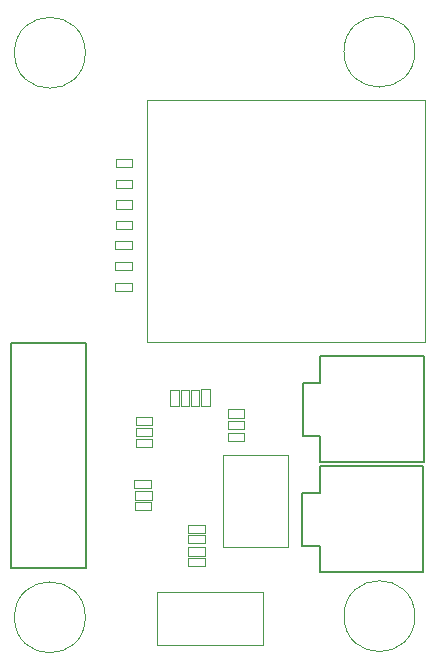
<source format=gbr>
%TF.GenerationSoftware,KiCad,Pcbnew,8.0.7*%
%TF.CreationDate,2025-01-15T11:33:58+05:30*%
%TF.ProjectId,STHDAQ_B1,53544844-4151-45f4-9231-2e6b69636164,rev?*%
%TF.SameCoordinates,Original*%
%TF.FileFunction,Other,User*%
%FSLAX46Y46*%
G04 Gerber Fmt 4.6, Leading zero omitted, Abs format (unit mm)*
G04 Created by KiCad (PCBNEW 8.0.7) date 2025-01-15 11:33:58*
%MOMM*%
%LPD*%
G01*
G04 APERTURE LIST*
%ADD10C,0.050000*%
%ADD11C,0.152400*%
%ADD12C,0.127000*%
G04 APERTURE END LIST*
D10*
%TO.C,C1*%
X148190000Y-90870000D02*
X149590000Y-90870000D01*
X148190000Y-91570000D02*
X148190000Y-90870000D01*
X149590000Y-90870000D02*
X149590000Y-91570000D01*
X149590000Y-91570000D02*
X148190000Y-91570000D01*
%TO.C,C4*%
X148280000Y-85560000D02*
X149680000Y-85560000D01*
X148280000Y-86260000D02*
X148280000Y-85560000D01*
X149680000Y-85560000D02*
X149680000Y-86260000D01*
X149680000Y-86260000D02*
X148280000Y-86260000D01*
%TO.C,R4*%
X148005000Y-66160000D02*
X146605000Y-66160000D01*
X148005000Y-65460000D02*
X148005000Y-66160000D01*
X146605000Y-66160000D02*
X146605000Y-65460000D01*
X146605000Y-65460000D02*
X148005000Y-65460000D01*
%TO.C,U2*%
X149280000Y-58662500D02*
X172780000Y-58662500D01*
X149280000Y-79162500D02*
X149280000Y-58662500D01*
X172780000Y-58662500D02*
X172780000Y-79162500D01*
X172780000Y-79162500D02*
X149280000Y-79162500D01*
%TO.C,C6*%
X148300000Y-86470000D02*
X149700000Y-86470000D01*
X148300000Y-87170000D02*
X148300000Y-86470000D01*
X149700000Y-86470000D02*
X149700000Y-87170000D01*
X149700000Y-87170000D02*
X148300000Y-87170000D01*
%TO.C,H1*%
X171930000Y-54605000D02*
G75*
G02*
X165930000Y-54605000I-3000000J0D01*
G01*
X165930000Y-54605000D02*
G75*
G02*
X171930000Y-54605000I3000000J0D01*
G01*
%TO.C,D1*%
X152730000Y-94650000D02*
X154130000Y-94650000D01*
X152730000Y-95350000D02*
X152730000Y-94650000D01*
X154130000Y-94650000D02*
X154130000Y-95350000D01*
X154130000Y-95350000D02*
X152730000Y-95350000D01*
%TO.C,R6*%
X156095000Y-85895000D02*
X157495000Y-85895000D01*
X156095000Y-86595000D02*
X156095000Y-85895000D01*
X157495000Y-85895000D02*
X157495000Y-86595000D01*
X157495000Y-86595000D02*
X156095000Y-86595000D01*
%TO.C,C2*%
X148235000Y-91835000D02*
X149635000Y-91835000D01*
X148235000Y-92535000D02*
X148235000Y-91835000D01*
X149635000Y-91835000D02*
X149635000Y-92535000D01*
X149635000Y-92535000D02*
X148235000Y-92535000D01*
%TO.C,D3*%
X152752500Y-96575000D02*
X154152500Y-96575000D01*
X152752500Y-97275000D02*
X152752500Y-96575000D01*
X154152500Y-96575000D02*
X154152500Y-97275000D01*
X154152500Y-97275000D02*
X152752500Y-97275000D01*
%TO.C,C7*%
X153860000Y-83215000D02*
X154560000Y-83215000D01*
X153860000Y-84615000D02*
X153860000Y-83215000D01*
X154560000Y-83215000D02*
X154560000Y-84615000D01*
X154560000Y-84615000D02*
X153860000Y-84615000D01*
%TO.C,R2*%
X148005000Y-69660000D02*
X146605000Y-69660000D01*
X148005000Y-68960000D02*
X148005000Y-69660000D01*
X146605000Y-69660000D02*
X146605000Y-68960000D01*
X146605000Y-68960000D02*
X148005000Y-68960000D01*
%TO.C,H2*%
X144030000Y-54705000D02*
G75*
G02*
X138030000Y-54705000I-3000000J0D01*
G01*
X138030000Y-54705000D02*
G75*
G02*
X144030000Y-54705000I3000000J0D01*
G01*
D11*
%TO.C,J1*%
X137760500Y-79241100D02*
X137760500Y-98308900D01*
X137760500Y-98308900D02*
X144119400Y-98308900D01*
X144119400Y-79241100D02*
X137760500Y-79241100D01*
X144119400Y-98308900D02*
X144119400Y-79241100D01*
D10*
%TO.C,R1*%
X148205000Y-92755000D02*
X149605000Y-92755000D01*
X148205000Y-93455000D02*
X148205000Y-92755000D01*
X149605000Y-92755000D02*
X149605000Y-93455000D01*
X149605000Y-93455000D02*
X148205000Y-93455000D01*
%TO.C,D5*%
X156090000Y-86905000D02*
X157490000Y-86905000D01*
X156090000Y-87605000D02*
X156090000Y-86905000D01*
X157490000Y-86905000D02*
X157490000Y-87605000D01*
X157490000Y-87605000D02*
X156090000Y-87605000D01*
%TO.C,L1*%
X151230000Y-83235000D02*
X151930000Y-83235000D01*
X151230000Y-84635000D02*
X151230000Y-83235000D01*
X151930000Y-83235000D02*
X151930000Y-84635000D01*
X151930000Y-84635000D02*
X151230000Y-84635000D01*
%TO.C,D4*%
X152750000Y-97460000D02*
X154150000Y-97460000D01*
X152750000Y-98160000D02*
X152750000Y-97460000D01*
X154150000Y-97460000D02*
X154150000Y-98160000D01*
X154150000Y-98160000D02*
X152750000Y-98160000D01*
%TO.C,R3*%
X148005000Y-67910000D02*
X146605000Y-67910000D01*
X148005000Y-67210000D02*
X148005000Y-67910000D01*
X146605000Y-67910000D02*
X146605000Y-67210000D01*
X146605000Y-67210000D02*
X148005000Y-67210000D01*
%TO.C,D2*%
X152730000Y-95540000D02*
X154130000Y-95540000D01*
X152730000Y-96240000D02*
X152730000Y-95540000D01*
X154130000Y-95540000D02*
X154130000Y-96240000D01*
X154130000Y-96240000D02*
X152730000Y-96240000D01*
%TO.C,SW1*%
X155690000Y-88745000D02*
X155690000Y-96545000D01*
X161190000Y-88745000D02*
X155690000Y-88745000D01*
X161190000Y-88745000D02*
X161190000Y-96545000D01*
X161190000Y-96545000D02*
X155690000Y-96545000D01*
D12*
%TO.C,P2*%
X162385000Y-91950000D02*
X163885000Y-91950000D01*
X162385000Y-96450000D02*
X162385000Y-91950000D01*
X163885000Y-89700000D02*
X172635000Y-89700000D01*
X163885000Y-91950000D02*
X163885000Y-89700000D01*
X163885000Y-96450000D02*
X162385000Y-96450000D01*
X163885000Y-98700000D02*
X163885000Y-96450000D01*
X172635000Y-89700000D02*
X172635000Y-98700000D01*
X172635000Y-98700000D02*
X163885000Y-98700000D01*
D10*
%TO.C,C5*%
X152120000Y-83235000D02*
X152820000Y-83235000D01*
X152120000Y-84635000D02*
X152120000Y-83235000D01*
X152820000Y-83235000D02*
X152820000Y-84635000D01*
X152820000Y-84635000D02*
X152120000Y-84635000D01*
%TO.C,R9*%
X147980000Y-74860000D02*
X146580000Y-74860000D01*
X147980000Y-74160000D02*
X147980000Y-74860000D01*
X146580000Y-74860000D02*
X146580000Y-74160000D01*
X146580000Y-74160000D02*
X147980000Y-74160000D01*
%TO.C,S1*%
X150090000Y-100373691D02*
X159090000Y-100373691D01*
X150090000Y-104873691D02*
X150090000Y-100373691D01*
X159090000Y-100373691D02*
X159090000Y-104873691D01*
X159090000Y-104873691D02*
X150090000Y-104873691D01*
%TO.C,R5*%
X146605000Y-63710000D02*
X148005000Y-63710000D01*
X146605000Y-64410000D02*
X146605000Y-63710000D01*
X148005000Y-63710000D02*
X148005000Y-64410000D01*
X148005000Y-64410000D02*
X146605000Y-64410000D01*
%TO.C,R10*%
X147980000Y-73110000D02*
X146580000Y-73110000D01*
X147980000Y-72410000D02*
X147980000Y-73110000D01*
X146580000Y-73110000D02*
X146580000Y-72410000D01*
X146580000Y-72410000D02*
X147980000Y-72410000D01*
%TO.C,R8*%
X152990000Y-83220000D02*
X153690000Y-83220000D01*
X152990000Y-84620000D02*
X152990000Y-83220000D01*
X153690000Y-83220000D02*
X153690000Y-84620000D01*
X153690000Y-84620000D02*
X152990000Y-84620000D01*
%TO.C,H4*%
X171930000Y-102405000D02*
G75*
G02*
X165930000Y-102405000I-3000000J0D01*
G01*
X165930000Y-102405000D02*
G75*
G02*
X171930000Y-102405000I3000000J0D01*
G01*
D12*
%TO.C,P1*%
X162440000Y-82640000D02*
X163940000Y-82640000D01*
X162440000Y-87140000D02*
X162440000Y-82640000D01*
X163940000Y-80390000D02*
X172690000Y-80390000D01*
X163940000Y-82640000D02*
X163940000Y-80390000D01*
X163940000Y-87140000D02*
X162440000Y-87140000D01*
X163940000Y-89390000D02*
X163940000Y-87140000D01*
X172690000Y-80390000D02*
X172690000Y-89390000D01*
X172690000Y-89390000D02*
X163940000Y-89390000D01*
D10*
%TO.C,H3*%
X144030000Y-102505000D02*
G75*
G02*
X138030000Y-102505000I-3000000J0D01*
G01*
X138030000Y-102505000D02*
G75*
G02*
X144030000Y-102505000I3000000J0D01*
G01*
%TO.C,R7*%
X156080000Y-84905000D02*
X157480000Y-84905000D01*
X156080000Y-85605000D02*
X156080000Y-84905000D01*
X157480000Y-84905000D02*
X157480000Y-85605000D01*
X157480000Y-85605000D02*
X156080000Y-85605000D01*
%TO.C,R11*%
X147980000Y-71360000D02*
X146580000Y-71360000D01*
X147980000Y-70660000D02*
X147980000Y-71360000D01*
X146580000Y-71360000D02*
X146580000Y-70660000D01*
X146580000Y-70660000D02*
X147980000Y-70660000D01*
%TO.C,C3*%
X148295000Y-87425000D02*
X149695000Y-87425000D01*
X148295000Y-88125000D02*
X148295000Y-87425000D01*
X149695000Y-87425000D02*
X149695000Y-88125000D01*
X149695000Y-88125000D02*
X148295000Y-88125000D01*
%TD*%
M02*

</source>
